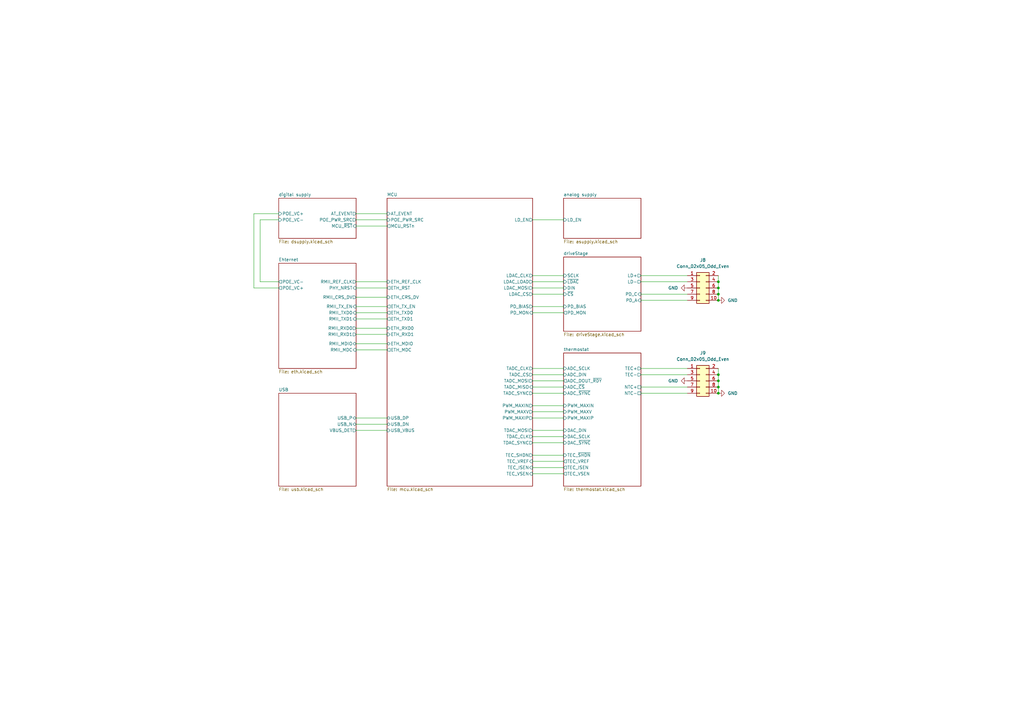
<source format=kicad_sch>
(kicad_sch (version 20211123) (generator eeschema)
  (paper "A3")
  (title_block (title "Kirdy") (date "2022-07-03") (rev "r0.1") (company "M-Labs") (comment 1 "Alex Wong Tat Hang"))
  (lib_symbols
    (symbol "Connector_Generic:Conn_02x05_Odd_Even" (pin_names (offset 1.016) hide)
      (property "Reference" "J" (at 1.27 7.62 0))
      (property "Value" "Conn_02x05_Odd_Even" (at 1.27 -7.62 0))
      (symbol "Conn_02x05_Odd_Even_1_1"
        (rectangle (start -1.27 -4.953) (end 0 -5.207) (stroke (width 0.1524)))
        (rectangle (start -1.27 -2.413) (end 0 -2.667) (stroke (width 0.1524)))
        (rectangle (start -1.27 0.127) (end 0 -0.127) (stroke (width 0.1524)))
        (rectangle (start -1.27 2.667) (end 0 2.413) (stroke (width 0.1524)))
        (rectangle (start -1.27 5.207) (end 0 4.953) (stroke (width 0.1524)))
        (rectangle (start -1.27 6.35) (end 3.81 -6.35) (stroke (width 0.254)) (fill (type background)))
        (rectangle (start 3.81 -4.953) (end 2.54 -5.207) (stroke (width 0.1524)))
        (rectangle (start 3.81 -2.413) (end 2.54 -2.667) (stroke (width 0.1524)))
        (rectangle (start 3.81 0.127) (end 2.54 -0.127) (stroke (width 0.1524)))
        (rectangle (start 3.81 2.667) (end 2.54 2.413) (stroke (width 0.1524)))
        (rectangle (start 3.81 5.207) (end 2.54 4.953) (stroke (width 0.1524)))
        (pin passive line (at -5.08 5.08 0) (length 3.81) (name "Pin_1") (number "1"))
        (pin passive line (at 7.62 -5.08 180) (length 3.81) (name "Pin_10") (number "10"))
        (pin passive line (at 7.62 5.08 180) (length 3.81) (name "Pin_2") (number "2"))
        (pin passive line (at -5.08 2.54 0) (length 3.81) (name "Pin_3") (number "3"))
        (pin passive line (at 7.62 2.54 180) (length 3.81) (name "Pin_4") (number "4"))
        (pin passive line (at -5.08 0 0) (length 3.81) (name "Pin_5") (number "5"))
        (pin passive line (at 7.62 0 180) (length 3.81) (name "Pin_6") (number "6"))
        (pin passive line (at -5.08 -2.54 0) (length 3.81) (name "Pin_7") (number "7"))
        (pin passive line (at 7.62 -2.54 180) (length 3.81) (name "Pin_8") (number "8"))
        (pin passive line (at -5.08 -5.08 0) (length 3.81) (name "Pin_9") (number "9"))
      )
    )
    (symbol "power:GND" (power) (pin_names (offset 0))
      (property "Value" "GND" (at 0 -3.81 0))
      (symbol "GND_0_1"
        (polyline (pts (xy 0 0) (xy 0 -1.27) (xy 1.27 -1.27) (xy 0 -2.54) (xy -1.27 -1.27) (xy 0 -1.27)))
      )
      (symbol "GND_1_1"
        (pin power_in line (at 0 0 270) (length 0) hide (name "GND") (number "1"))
      )
    )
  )
  (junction (at 294.64 161.29))
  (junction (at 294.64 118.11))
  (junction (at 294.64 158.75))
  (junction (at 294.64 156.21))
  (junction (at 294.64 120.65))
  (junction (at 294.64 115.57))
  (junction (at 294.64 153.67))
  (junction (at 294.64 123.19))
  (wire (pts (xy 146.05 176.53) (xy 158.75 176.53)))
  (wire (pts (xy 294.64 153.67) (xy 294.64 156.21)))
  (wire (pts (xy 218.44 168.91) (xy 231.14 168.91)))
  (wire (pts (xy 218.44 176.53) (xy 231.14 176.53)))
  (wire (pts (xy 294.64 115.57) (xy 294.64 118.11)))
  (wire (pts (xy 146.05 125.73) (xy 158.75 125.73)))
  (wire (pts (xy 262.89 123.19) (xy 281.94 123.19)))
  (wire (pts (xy 218.44 151.13) (xy 231.14 151.13)))
  (wire (pts (xy 146.05 173.99) (xy 158.75 173.99)))
  (wire (pts (xy 218.44 161.29) (xy 231.14 161.29)))
  (wire (pts (xy 146.05 115.57) (xy 158.75 115.57)))
  (wire (pts (xy 218.44 90.17) (xy 231.14 90.17)))
  (wire (pts (xy 218.44 171.45) (xy 231.14 171.45)))
  (wire (pts (xy 146.05 140.97) (xy 158.75 140.97)))
  (wire (pts (xy 218.44 194.31) (xy 231.14 194.31)))
  (wire (pts (xy 218.44 153.67) (xy 231.14 153.67)))
  (wire (pts (xy 104.14 118.11) (xy 104.14 87.63)))
  (wire (pts (xy 218.44 166.37) (xy 231.14 166.37)))
  (wire (pts (xy 218.44 189.23) (xy 231.14 189.23)))
  (wire (pts (xy 218.44 179.07) (xy 231.14 179.07)))
  (wire (pts (xy 262.89 161.29) (xy 281.94 161.29)))
  (wire (pts (xy 146.05 121.92) (xy 158.75 121.92)))
  (wire (pts (xy 146.05 171.45) (xy 158.75 171.45)))
  (wire (pts (xy 146.05 87.63) (xy 158.75 87.63)))
  (wire (pts (xy 262.89 113.03) (xy 281.94 113.03)))
  (wire (pts (xy 146.05 90.17) (xy 158.75 90.17)))
  (wire (pts (xy 294.64 118.11) (xy 294.64 120.65)))
  (wire (pts (xy 106.68 115.57) (xy 106.68 90.17)))
  (wire (pts (xy 146.05 130.81) (xy 158.75 130.81)))
  (wire (pts (xy 218.44 115.57) (xy 231.14 115.57)))
  (wire (pts (xy 262.89 120.65) (xy 281.94 120.65)))
  (wire (pts (xy 106.68 90.17) (xy 114.3 90.17)))
  (wire (pts (xy 146.05 118.11) (xy 158.75 118.11)))
  (wire (pts (xy 146.05 128.27) (xy 158.75 128.27)))
  (wire (pts (xy 294.64 158.75) (xy 294.64 161.29)))
  (wire (pts (xy 114.3 118.11) (xy 104.14 118.11)))
  (wire (pts (xy 262.89 158.75) (xy 281.94 158.75)))
  (wire (pts (xy 146.05 134.62) (xy 158.75 134.62)))
  (wire (pts (xy 218.44 118.11) (xy 231.14 118.11)))
  (wire (pts (xy 294.64 120.65) (xy 294.64 123.19)))
  (wire (pts (xy 218.44 156.21) (xy 231.14 156.21)))
  (wire (pts (xy 218.44 128.27) (xy 231.14 128.27)))
  (wire (pts (xy 218.44 186.69) (xy 231.14 186.69)))
  (wire (pts (xy 218.44 125.73) (xy 231.14 125.73)))
  (wire (pts (xy 218.44 181.61) (xy 231.14 181.61)))
  (wire (pts (xy 218.44 158.75) (xy 231.14 158.75)))
  (wire (pts (xy 294.64 113.03) (xy 294.64 115.57)))
  (wire (pts (xy 218.44 120.65) (xy 231.14 120.65)))
  (wire (pts (xy 104.14 87.63) (xy 114.3 87.63)))
  (wire (pts (xy 262.89 151.13) (xy 281.94 151.13)))
  (wire (pts (xy 114.3 115.57) (xy 106.68 115.57)))
  (wire (pts (xy 262.89 153.67) (xy 281.94 153.67)))
  (wire (pts (xy 294.64 156.21) (xy 294.64 158.75)))
  (wire (pts (xy 146.05 143.51) (xy 158.75 143.51)))
  (wire (pts (xy 262.89 115.57) (xy 281.94 115.57)))
  (wire (pts (xy 218.44 191.77) (xy 231.14 191.77)))
  (wire (pts (xy 146.05 92.71) (xy 158.75 92.71)))
  (wire (pts (xy 218.44 113.03) (xy 231.14 113.03)))
  (wire (pts (xy 294.64 151.13) (xy 294.64 153.67)))
  (wire (pts (xy 146.05 137.16) (xy 158.75 137.16)))
  (symbol (lib_id "Connector_Generic:Conn_02x05_Odd_Even") (at 287.02 156.21 0) (unit 1)
    (property "Reference" "J9" (at 288.29 144.78 0))
    (property "Value" "Conn_02x05_Odd_Even" (at 288.29 147.32 0))
    (property "Footprint" "Connector_PinHeader_2.54mm:PinHeader_2x05_P2.54mm_Vertical_SMD" (effects hide))
    (property "MFR_PN" "3020-10-0300-00" (effects hide))
    (property "MFR_PN_ALT" "SBH11-NBPC-D05-SM-BK" (effects hide))
  )
  (symbol (lib_id "power:GND") (at 294.64 161.29 90) (unit 1)
    (property "Reference" "#PWR0159" (effects hide))
    (property "Value" "GND" (at 298.45 161.2899 90) (effects (justify right)))
  )
  (symbol (lib_id "power:GND") (at 281.94 118.11 270) (unit 1)
    (property "Reference" "#PWR0156" (effects hide))
    (property "Value" "GND" (at 278.13 118.1099 90) (effects (justify right)))
  )
  (symbol (lib_id "power:GND") (at 294.64 123.19 90) (unit 1)
    (property "Reference" "#PWR0158" (effects hide))
    (property "Value" "GND" (at 298.45 123.1899 90) (effects (justify right)))
  )
  (symbol (lib_id "Connector_Generic:Conn_02x05_Odd_Even") (at 287.02 118.11 0) (unit 1)
    (property "Reference" "J8" (at 288.29 106.68 0))
    (property "Value" "Conn_02x05_Odd_Even" (at 288.29 109.22 0))
    (property "Footprint" "Connector_PinHeader_2.54mm:PinHeader_2x05_P2.54mm_Vertical_SMD" (effects hide))
    (property "MFR_PN" "3020-10-0300-00" (effects hide))
    (property "MFR_PN_ALT" "SBH11-NBPC-D05-SM-BK" (effects hide))
  )
  (symbol (lib_id "power:GND") (at 281.94 156.21 270) (unit 1)
    (property "Reference" "#PWR0157" (effects hide))
    (property "Value" "GND" (at 278.13 156.2099 90) (effects (justify right)))
  )
  (sheet (at 114.3 107.95) (size 31.75 43.18) (stroke (width 0.1524))
    (property "Sheet name" "Ehternet" (at 114.3 107.2384 0) (effects (justify left bottom)))
    (property "Sheet file" "eth.kicad_sch" (at 114.3 151.7146 0) (effects (justify left top)))
    (pin "RMII_MDIO" bidirectional (at 146.05 140.97 0))
    (pin "PHY_NRST" input (at 146.05 118.11 0))
    (pin "RMII_MDC" input (at 146.05 143.51 0))
    (pin "RMII_CRS_DV" output (at 146.05 121.92 0))
    (pin "RMII_TX_EN" input (at 146.05 125.73 0))
    (pin "RMII_TXD0" input (at 146.05 128.27 0))
    (pin "RMII_TXD1" input (at 146.05 130.81 0))
    (pin "RMII_RXD0" output (at 146.05 134.62 0))
    (pin "RMII_RXD1" output (at 146.05 137.16 0))
    (pin "POE_VC-" output (at 114.3 115.57 180))
    (pin "POE_VC+" output (at 114.3 118.11 180))
    (pin "RMII_REF_CLK" output (at 146.05 115.57 0))
  )
  (sheet (at 114.3 161.29) (size 31.75 38.1) (stroke (width 0.1524))
    (property "Sheet name" "USB" (at 114.3 160.5784 0) (effects (justify left bottom)))
    (property "Sheet file" "usb.kicad_sch" (at 114.3 199.9746 0) (effects (justify left top)))
    (pin "USB_N" bidirectional (at 146.05 173.99 0))
    (pin "USB_P" bidirectional (at 146.05 171.45 0))
    (pin "VBUS_DET" output (at 146.05 176.53 0))
  )
  (sheet (at 231.14 105.41) (size 31.75 30.48) (stroke (width 0.1524))
    (property "Sheet name" "driveStage" (at 231.14 104.6984 0) (effects (justify left bottom)))
    (property "Sheet file" "driveStage.kicad_sch" (at 231.14 136.4746 0) (effects (justify left top)))
    (pin "LD-" output (at 262.89 115.57 0))
    (pin "LD+" output (at 262.89 113.03 0))
    (pin "SCLK" input (at 231.14 113.03 180))
    (pin "DIN" input (at 231.14 118.11 180))
    (pin "~{LDAC}" input (at 231.14 115.57 180))
    (pin "~{CS}" input (at 231.14 120.65 180))
    (pin "PD_A" input (at 262.89 123.19 0))
    (pin "PD_C" input (at 262.89 120.65 0))
    (pin "PD_BIAS" input (at 231.14 125.73 180))
    (pin "PD_MON" output (at 231.14 128.27 180))
  )
  (sheet (at 114.3 81.28) (size 31.75 16.51) (stroke (width 0.1524))
    (property "Sheet name" "digital supply" (at 114.3 80.5684 0) (effects (justify left bottom)))
    (property "Sheet file" "dsupply.kicad_sch" (at 114.3 98.3746 0) (effects (justify left top)))
    (pin "POE_VC-" input (at 114.3 90.17 180))
    (pin "MCU_~{RST}" input (at 146.05 92.71 0))
    (pin "POE_VC+" input (at 114.3 87.63 180))
    (pin "POE_PWR_SRC" output (at 146.05 90.17 0))
    (pin "AT_EVENT" output (at 146.05 87.63 0))
  )
  (sheet (at 231.14 144.78) (size 31.75 54.61) (stroke (width 0.1524))
    (property "Sheet name" "thermostat" (at 231.14 144.0684 0) (effects (justify left bottom)))
    (property "Sheet file" "thermostat.kicad_sch" (at 231.14 199.9746 0) (effects (justify left top)))
    (pin "TEC-" output (at 262.89 153.67 0))
    (pin "TEC+" output (at 262.89 151.13 0))
    (pin "NTC-" passive (at 262.89 161.29 0))
    (pin "NTC+" passive (at 262.89 158.75 0))
    (pin "DAC_~{SYNC}" input (at 231.14 181.61 180))
    (pin "DAC_SCLK" input (at 231.14 179.07 180))
    (pin "DAC_DIN" input (at 231.14 176.53 180))
    (pin "PWM_MAXV" input (at 231.14 168.91 180))
    (pin "ADC_SCLK" input (at 231.14 151.13 180))
    (pin "ADC_DIN" input (at 231.14 153.67 180))
    (pin "ADC_DOUT_~{RDY}" output (at 231.14 156.21 180))
    (pin "ADC_~{CS}" input (at 231.14 158.75 180))
    (pin "ADC_~{SYNC}" input (at 231.14 161.29 180))
    (pin "PWM_MAXIN" input (at 231.14 166.37 180))
    (pin "PWM_MAXIP" input (at 231.14 171.45 180))
    (pin "TEC_~{SHDN}" input (at 231.14 186.69 180))
    (pin "TEC_ISEN" output (at 231.14 191.77 180))
    (pin "TEC_VREF" output (at 231.14 189.23 180))
    (pin "TEC_VSEN" output (at 231.14 194.31 180))
  )
  (sheet (at 231.14 81.28) (size 31.75 16.51) (stroke (width 0.1524))
    (property "Sheet name" "analog supply" (at 231.14 80.5684 0) (effects (justify left bottom)))
    (property "Sheet file" "asupply.kicad_sch" (at 231.14 98.3746 0) (effects (justify left top)))
    (pin "LD_EN" input (at 231.14 90.17 180))
  )
  (sheet (at 158.75 81.28) (size 59.69 118.11) (stroke (width 0.1524))
    (property "Sheet name" "MCU" (at 158.75 80.5684 0) (effects (justify left bottom)))
    (property "Sheet file" "mcu.kicad_sch" (at 158.75 199.9746 0) (effects (justify left top)))
    (pin "ETH_RST" output (at 158.75 118.11 180))
    (pin "ETH_MDIO" bidirectional (at 158.75 140.97 180))
    (pin "PD_MON" input (at 218.44 128.27 0))
    (pin "PD_BIAS" output (at 218.44 125.73 0))
    (pin "TEC_SHDN" output (at 218.44 186.69 0))
    (pin "TEC_VREF" input (at 218.44 189.23 0))
    (pin "ETH_CRS_DV" input (at 158.75 121.92 180))
    (pin "USB_VBUS" input (at 158.75 176.53 180))
    (pin "TEC_ISEN" input (at 218.44 191.77 0))
    (pin "TEC_VSEN" input (at 218.44 194.31 0))
    (pin "USB_DP" bidirectional (at 158.75 171.45 180))
    (pin "USB_DN" bidirectional (at 158.75 173.99 180))
    (pin "TADC_CS" output (at 218.44 153.67 0))
    (pin "LDAC_CLK" output (at 218.44 113.03 0))
    (pin "ETH_TX_EN" output (at 158.75 125.73 180))
    (pin "ETH_TXD0" output (at 158.75 128.27 180))
    (pin "ETH_TXD1" output (at 158.75 130.81 180))
    (pin "LDAC_LOAD" output (at 218.44 115.57 0))
    (pin "AT_EVENT" input (at 158.75 87.63 180))
    (pin "POE_PWR_SRC" input (at 158.75 90.17 180))
    (pin "ETH_RXD0" input (at 158.75 134.62 180))
    (pin "ETH_RXD1" input (at 158.75 137.16 180))
    (pin "LDAC_MOSI" output (at 218.44 118.11 0))
    (pin "TADC_MOSI" output (at 218.44 156.21 0))
    (pin "TADC_MISO" input (at 218.44 158.75 0))
    (pin "PWM_MAXIP" output (at 218.44 171.45 0))
    (pin "ETH_MDC" output (at 158.75 143.51 180))
    (pin "LDAC_CS" output (at 218.44 120.65 0))
    (pin "TADC_SYNC" output (at 218.44 161.29 0))
    (pin "TDAC_CLK" output (at 218.44 179.07 0))
    (pin "TDAC_SYNC" output (at 218.44 181.61 0))
    (pin "TDAC_MOSI" output (at 218.44 176.53 0))
    (pin "PWM_MAXIN" output (at 218.44 166.37 0))
    (pin "PWM_MAXV" output (at 218.44 168.91 0))
    (pin "TADC_CLK" output (at 218.44 151.13 0))
    (pin "ETH_REF_CLK" input (at 158.75 115.57 180))
    (pin "MCU_RSTn" output (at 158.75 92.71 180))
    (pin "LD_EN" output (at 218.44 90.17 0))
  )
)
</source>
